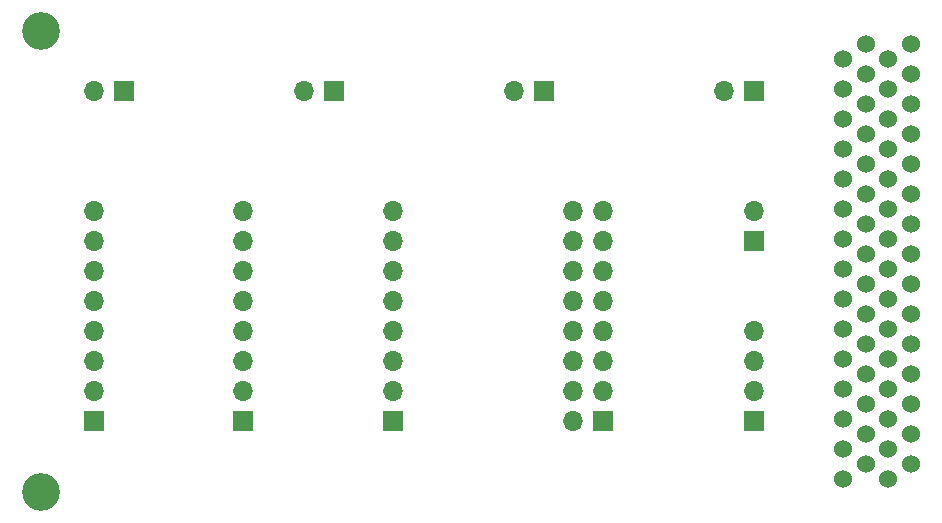
<source format=gbs>
G04 #@! TF.GenerationSoftware,KiCad,Pcbnew,5.1.10-88a1d61d58~88~ubuntu20.10.1*
G04 #@! TF.CreationDate,2021-05-13T17:51:00+02:00*
G04 #@! TF.ProjectId,breakout-board,62726561-6b6f-4757-942d-626f6172642e,1.0*
G04 #@! TF.SameCoordinates,Original*
G04 #@! TF.FileFunction,Soldermask,Bot*
G04 #@! TF.FilePolarity,Negative*
%FSLAX46Y46*%
G04 Gerber Fmt 4.6, Leading zero omitted, Abs format (unit mm)*
G04 Created by KiCad (PCBNEW 5.1.10-88a1d61d58~88~ubuntu20.10.1) date 2021-05-13 17:51:00*
%MOMM*%
%LPD*%
G01*
G04 APERTURE LIST*
%ADD10O,1.700000X1.700000*%
%ADD11R,1.700000X1.700000*%
%ADD12C,1.524000*%
%ADD13C,3.200000*%
G04 APERTURE END LIST*
D10*
X127000000Y-66040000D03*
X127000000Y-68580000D03*
X127000000Y-71120000D03*
D11*
X127000000Y-73660000D03*
X71120000Y-73660000D03*
D10*
X71120000Y-71120000D03*
X71120000Y-68580000D03*
X71120000Y-66040000D03*
X71120000Y-63500000D03*
X71120000Y-60960000D03*
X71120000Y-58420000D03*
X71120000Y-55880000D03*
X83740000Y-55880000D03*
X83740000Y-58420000D03*
X83740000Y-60960000D03*
X83740000Y-63500000D03*
X83740000Y-66040000D03*
X83740000Y-68580000D03*
X83740000Y-71120000D03*
D11*
X83740000Y-73660000D03*
X127000000Y-58420000D03*
D10*
X127000000Y-55880000D03*
D11*
X114220000Y-73660000D03*
D10*
X111680000Y-73660000D03*
X114220000Y-71120000D03*
X111680000Y-71120000D03*
X114220000Y-68580000D03*
X111680000Y-68580000D03*
X114220000Y-66040000D03*
X111680000Y-66040000D03*
X114220000Y-63500000D03*
X111680000Y-63500000D03*
X114220000Y-60960000D03*
X111680000Y-60960000D03*
X114220000Y-58420000D03*
X111680000Y-58420000D03*
X114220000Y-55880000D03*
X111680000Y-55880000D03*
D11*
X96440000Y-73660000D03*
D10*
X96440000Y-71120000D03*
X96440000Y-68580000D03*
X96440000Y-66040000D03*
X96440000Y-63500000D03*
X96440000Y-60960000D03*
X96440000Y-58420000D03*
X96440000Y-55880000D03*
D11*
X127000000Y-45720000D03*
D10*
X124460000Y-45720000D03*
X88900000Y-45720000D03*
D11*
X91440000Y-45720000D03*
D10*
X106680000Y-45720000D03*
D11*
X109220000Y-45720000D03*
X73660000Y-45720000D03*
D10*
X71120000Y-45720000D03*
D12*
X134545000Y-78570000D03*
X136450000Y-77300000D03*
X134545000Y-76030000D03*
X136450000Y-74760000D03*
X134545000Y-73490000D03*
X136450000Y-72220000D03*
X134545000Y-70950000D03*
X136450000Y-69680000D03*
X134545000Y-68410000D03*
X136450000Y-67140000D03*
X134545000Y-65870000D03*
X136450000Y-64600000D03*
X134545000Y-63330000D03*
X136450000Y-62060000D03*
X134545000Y-60790000D03*
X136450000Y-59520000D03*
X134545000Y-58250000D03*
X136450000Y-56980000D03*
X134545000Y-55710000D03*
X136450000Y-54440000D03*
X134545000Y-53170000D03*
X136450000Y-51900000D03*
X134545000Y-50630000D03*
X136450000Y-49360000D03*
X134545000Y-48090000D03*
X136450000Y-46820000D03*
X134545000Y-45550000D03*
X136450000Y-44280000D03*
X134545000Y-43010000D03*
X136450000Y-41740000D03*
X138355000Y-78570000D03*
X140260000Y-77300000D03*
X138355000Y-76030000D03*
X140260000Y-74760000D03*
X138355000Y-73490000D03*
X140260000Y-72220000D03*
X138355000Y-70950000D03*
X140260000Y-69680000D03*
X138355000Y-68410000D03*
X140260000Y-67140000D03*
X138355000Y-65870000D03*
X140260000Y-64600000D03*
X138355000Y-63330000D03*
X140260000Y-62060000D03*
X138355000Y-60790000D03*
X140260000Y-59520000D03*
X138355000Y-58250000D03*
X140260000Y-56980000D03*
X138355000Y-55710000D03*
X140260000Y-54440000D03*
X138355000Y-53170000D03*
X140260000Y-51900000D03*
X138355000Y-50630000D03*
X140260000Y-49360000D03*
X138355000Y-48090000D03*
X140260000Y-46820000D03*
X138355000Y-45550000D03*
X140260000Y-44280000D03*
X138355000Y-43010000D03*
X140260000Y-41740000D03*
D13*
X66660000Y-40640000D03*
X66660000Y-79640000D03*
M02*

</source>
